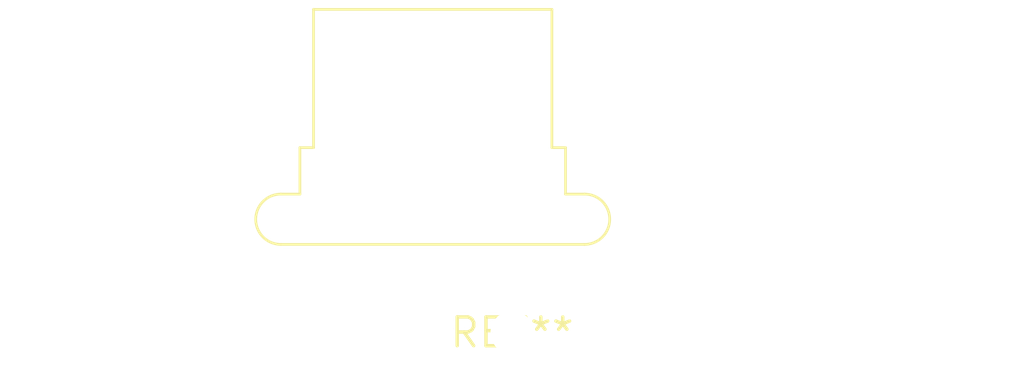
<source format=kicad_pcb>
(kicad_pcb (version 20240108) (generator pcbnew)
  (layers (0 "F.Cu" signal) (31 "B.Cu" signal) (34 "B.Paste" user) (35 "F.Paste" user) (36 "B.SilkS" user "B.Silkscreen") (37 "F.SilkS" user "F.Silkscreen") (38 "B.Mask" user) (39 "F.Mask" user) (44 "Edge.Cuts" user))
  (net 0 "")
  (footprint "AMASS_MR30PW-FB_1x03_P3.50mm_Horizontal" (layer "F.Cu") (at 0 0)
    (property "Reference" "REF**")
    (property "Value" "AMASS_MR30PW-FB_1x03_P3.50mm_Horizontal")
    (fp_line (start -10.2 -6.11) (end -9.36 -6.11) (layer "F.SilkS") (stroke (width 0.12)))
    (fp_line (start -10.2 -3.89) (end 3.2 -3.89) (layer "F.SilkS") (stroke (width 0.12)))
    (fp_line (start -9.36 -8.16) (end -9.36 -6.11) (layer "F.SilkS") (stroke (width 0.12)))
    (fp_line (start -9.36 -8.16) (end -8.76 -8.16) (layer "F.SilkS") (stroke (width 0.12)))
    (fp_line (start -8.76 -14.26) (end -8.76 -8.16) (layer "F.SilkS") (stroke (width 0.12)))
    (fp_line (start -8.76 -14.26) (end 1.76 -14.26) (layer "F.SilkS") (stroke (width 0.12)))
    (fp_line (start 1.76 -14.26) (end 1.76 -8.16) (layer "F.SilkS") (stroke (width 0.12)))
    (fp_line (start 1.76 -8.16) (end 2.36 -8.16) (layer "F.SilkS") (stroke (width 0.12)))
    (fp_line (start 2.36 -8.16) (end 2.36 -6.11) (layer "F.SilkS") (stroke (width 0.12)))
    (fp_line (start 2.36 -6.11) (end 3.2 -6.11) (layer "F.SilkS") (stroke (width 0.12)))
    (fp_arc (start -10.2 -3.89) (mid -11.31 -5) (end -10.2 -6.11) (layer "F.SilkS") (stroke (width 0.12)))
    (fp_arc (start 3.2 -6.11) (mid 4.31 -5) (end 3.2 -3.89) (layer "F.SilkS") (stroke (width 0.12)))
    (pad "" thru_hole circle (at -10 -5) (size 1.4 1.4) (drill 1) (layers *.Cu *.Mask) (remove_unused_layers))
    (pad "" thru_hole circle (at 3 -5 90) (size 1.4 1.4) (drill 1) (layers *.Cu *.Mask) (remove_unused_layers))
    (pad "1" thru_hole rect (at 0 0) (size 3 3) (drill 1.9) (layers *.Cu *.Mask) (remove_unused_layers))
    (pad "2" thru_hole circle (at -3.5 0) (size 3 3) (drill 1.9) (layers *.Cu *.Mask) (remove_unused_layers))
    (pad "3" thru_hole circle (at -7 0) (size 3 3) (drill 1.9) (layers *.Cu *.Mask) (remove_unused_layers))
  )
)
</source>
